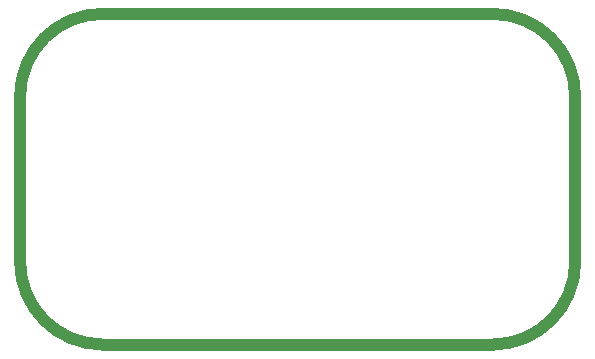
<source format=gbr>
G04 #@! TF.GenerationSoftware,KiCad,Pcbnew,(5.0.1)-4*
G04 #@! TF.CreationDate,2020-12-08T12:23:40+02:00*
G04 #@! TF.ProjectId,Single_transistor_AMP,53696E676C655F7472616E736973746F,1.0*
G04 #@! TF.SameCoordinates,Original*
G04 #@! TF.FileFunction,Profile,NP*
%FSLAX46Y46*%
G04 Gerber Fmt 4.6, Leading zero omitted, Abs format (unit mm)*
G04 Created by KiCad (PCBNEW (5.0.1)-4) date 2020.12.08. 12:23:40*
%MOMM*%
%LPD*%
G01*
G04 APERTURE LIST*
%ADD10C,1.000000*%
G04 APERTURE END LIST*
D10*
X86220000Y-54230000D02*
G75*
G02X93220000Y-47230000I7000000J0D01*
G01*
X86220000Y-68230000D02*
X86220000Y-54230000D01*
X93220000Y-75230000D02*
X126220000Y-75230000D01*
X93220000Y-75230000D02*
G75*
G02X86220000Y-68230000I0J7000000D01*
G01*
X133220000Y-68230000D02*
G75*
G02X126220000Y-75230000I-7000000J0D01*
G01*
X133220000Y-54230000D02*
X133220000Y-68230000D01*
X126220000Y-47230000D02*
X93220000Y-47230000D01*
X126220000Y-47230000D02*
G75*
G02X133220000Y-54230000I0J-7000000D01*
G01*
M02*

</source>
